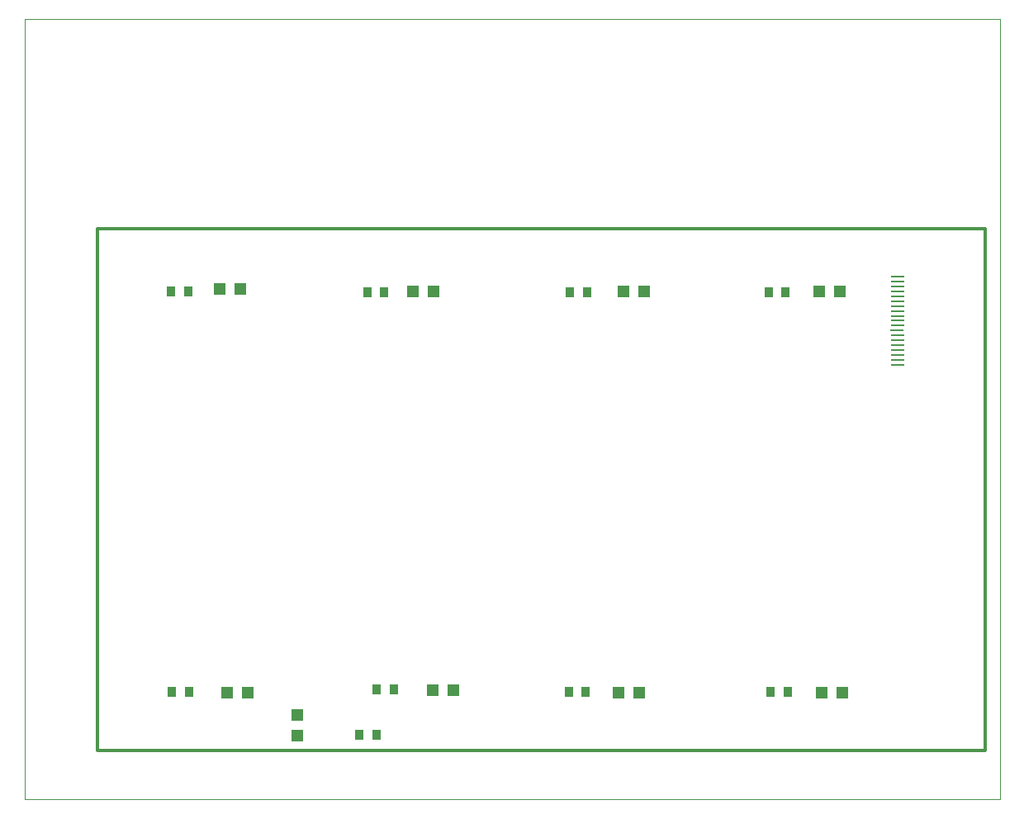
<source format=gtp>
G75*
%MOIN*%
%OFA0B0*%
%FSLAX24Y24*%
%IPPOS*%
%LPD*%
%AMOC8*
5,1,8,0,0,1.08239X$1,22.5*
%
%ADD10C,0.0000*%
%ADD11C,0.0120*%
%ADD12R,0.0520X0.0070*%
%ADD13R,0.0350X0.0420*%
%ADD14R,0.0472X0.0472*%
D10*
X000100Y000100D02*
X000100Y031596D01*
X039470Y031596D01*
X039470Y000100D01*
X000100Y000100D01*
D11*
X003053Y002069D02*
X003053Y023131D01*
X038880Y023131D01*
X038880Y002069D01*
X003053Y002069D01*
D12*
X035339Y017657D03*
X035339Y017857D03*
X035339Y018057D03*
X035339Y018247D03*
X035339Y018447D03*
X035349Y018647D03*
X035339Y018837D03*
X035329Y019037D03*
X035349Y019237D03*
X035349Y019437D03*
X035339Y019627D03*
X035349Y019827D03*
X035349Y020017D03*
X035339Y020217D03*
X035339Y020417D03*
X035339Y020607D03*
X035339Y020807D03*
X035339Y021007D03*
X035349Y021207D03*
D13*
X030825Y020581D03*
X030145Y020581D03*
X022805Y020581D03*
X022125Y020581D03*
X014621Y020589D03*
X013941Y020589D03*
X006708Y020612D03*
X006028Y020612D03*
X006055Y004458D03*
X006735Y004458D03*
X013630Y002714D03*
X014310Y002714D03*
X014330Y004554D03*
X015010Y004554D03*
X022073Y004438D03*
X022753Y004438D03*
X030220Y004445D03*
X030900Y004445D03*
D14*
X032287Y004400D03*
X033113Y004400D03*
X024913Y004400D03*
X024087Y004400D03*
X017413Y004500D03*
X016587Y004500D03*
X011100Y003513D03*
X011100Y002687D03*
X009113Y004400D03*
X008287Y004400D03*
X015787Y020600D03*
X016613Y020600D03*
X008813Y020700D03*
X007987Y020700D03*
X024287Y020600D03*
X025113Y020600D03*
X032187Y020600D03*
X033013Y020600D03*
M02*

</source>
